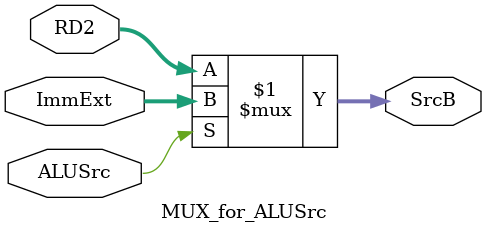
<source format=v>
module MUX_for_ALUSrc(
    input [31:0] RD2,         // Data from register file
    input [31:0] ImmExt,      // Sign-extended immediate
    input ALUSrc,             // Control signal: 0 = RD2, 1 = ImmExt
    output [31:0] SrcB        // Selected input for ALU's B operand
);
    assign SrcB = ALUSrc ? ImmExt : RD2;
endmodule

</source>
